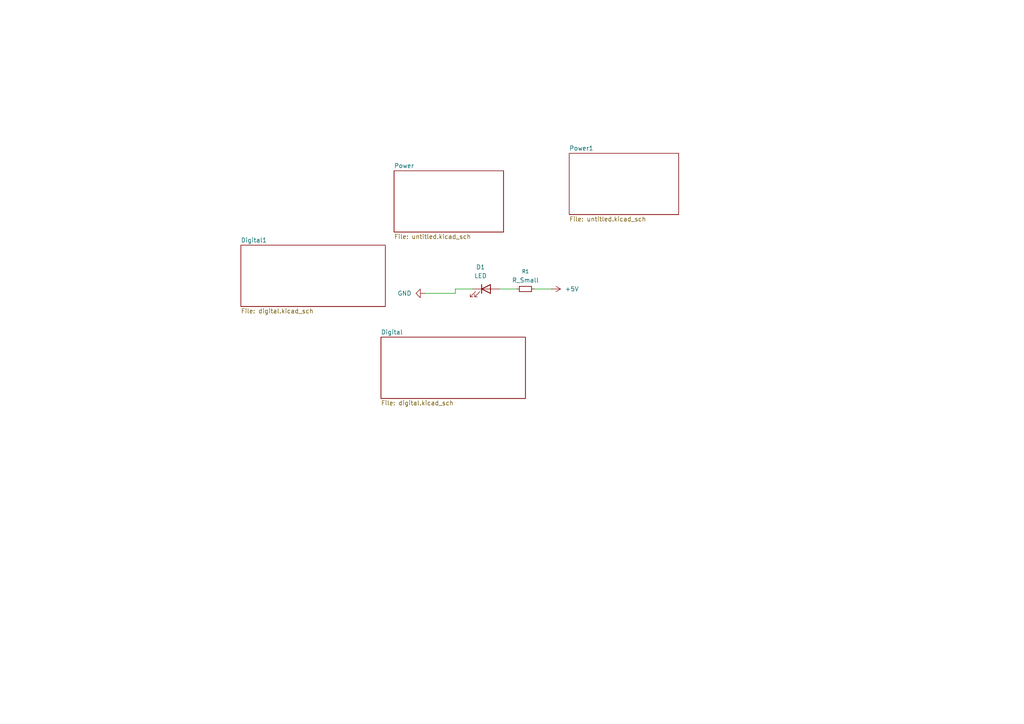
<source format=kicad_sch>
(kicad_sch (version 20250114) (generator "eeschema") (generator_version "9.0")
  (paper "A4")
  (lib_symbols
    (symbol "Device:LED" (pin_numbers (hide yes)) (pin_names (offset 1.016) (hide yes))
      (property "Reference" "D" (at 0 2.54 0))
      (property "Value" "LED" (at 0 -2.54 0))
      (symbol "LED_0_1"
        (polyline (pts (xy -3.048 -0.762) (xy -4.572 -2.286) (xy -3.81 -2.286) (xy -4.572 -2.286) (xy -4.572 -1.524)))
        (polyline (pts (xy -1.778 -0.762) (xy -3.302 -2.286) (xy -2.54 -2.286) (xy -3.302 -2.286) (xy -3.302 -1.524)))
        (polyline (pts (xy -1.27 0) (xy 1.27 0)))
        (polyline (pts (xy -1.27 -1.27) (xy -1.27 1.27)) (stroke (width 0.254)))
        (polyline (pts (xy 1.27 -1.27) (xy 1.27 1.27) (xy -1.27 0) (xy 1.27 -1.27)) (stroke (width 0.254)))
      )
      (symbol "LED_1_1"
        (pin passive line (at -3.81 0 0) (length 2.54) (name "K") (number "1"))
        (pin passive line (at 3.81 0 180) (length 2.54) (name "A") (number "2"))
      )
    )
    (symbol "Device:R_Small" (pin_numbers (hide yes)) (pin_names (offset 0.254) (hide yes))
      (property "Reference" "R" (at 0 0 90))
      (property "Value" "R_Small" (at 1.778 0 90))
      (symbol "R_Small_0_1"
        (rectangle (start -0.762 1.778) (end 0.762 -1.778) (stroke (width 0.2032)))
      )
      (symbol "R_Small_1_1"
        (pin passive line (at 0 2.54 270) (length 0.762) (name "~") (number "1"))
        (pin passive line (at 0 -2.54 90) (length 0.762) (name "~") (number "2"))
      )
    )
    (symbol "power:+5V" (power) (pin_numbers (hide yes)) (pin_names (offset 0) (hide yes))
      (property "Value" "+5V" (at 0 3.556 0))
      (symbol "+5V_0_1"
        (polyline (pts (xy -0.762 1.27) (xy 0 2.54)))
        (polyline (pts (xy 0 2.54) (xy 0.762 1.27)))
        (polyline (pts (xy 0 0) (xy 0 2.54)))
      )
      (symbol "+5V_1_1"
        (pin power_in line (at 0 0 90) (length 0) (name "~") (number "1"))
      )
    )
    (symbol "power:GND" (power) (pin_numbers (hide yes)) (pin_names (offset 0) (hide yes))
      (property "Value" "GND" (at 0 -3.81 0))
      (symbol "GND_0_1"
        (polyline (pts (xy 0 0) (xy 0 -1.27) (xy 1.27 -1.27) (xy 0 -2.54) (xy -1.27 -1.27) (xy 0 -1.27)))
      )
      (symbol "GND_1_1"
        (pin power_in line (at 0 0 270) (length 0) (name "~") (number "1"))
      )
    )
  )
  (wire (pts (xy 154.94 83.82) (xy 160.02 83.82)))
  (wire (pts (xy 132.08 83.82) (xy 137.16 83.82)))
  (wire (pts (xy 132.08 85.09) (xy 132.08 83.82)))
  (wire (pts (xy 144.78 83.82) (xy 149.86 83.82)))
  (wire (pts (xy 123.19 85.09) (xy 132.08 85.09)))
  (symbol (lib_id "Device:R_Small") (at 152.4 83.82 90) (unit 1)
    (property "Reference" "R1" (at 152.4 78.74 90) (effects (font (size 1.016 1.016))))
    (property "Value" "R_Small" (at 152.4 81.28 90))
    (property "Description" "Resistor, small symbol" (effects (hide yes)))
  )
  (symbol (lib_id "power:+5V") (at 160.02 83.82 270) (unit 1)
    (property "Reference" "#PWR02" (effects (hide yes)))
    (property "Value" "+5V" (at 163.83 83.8199 90) (effects (justify left)))
    (property "Description" "Power symbol creates a global label with name \"+5V\"" (effects (hide yes)))
  )
  (symbol (lib_id "Device:LED") (at 140.97 83.82 0) (unit 1)
    (property "Reference" "D1" (at 139.3825 77.47 0))
    (property "Value" "LED" (at 139.3825 80.01 0))
    (property "Description" "Light emitting diode" (effects (hide yes)))
    (property "Sim.Pins" "1=K 2=A" (effects (hide yes)))
  )
  (symbol (lib_id "power:GND") (at 123.19 85.09 270) (unit 1)
    (property "Reference" "#PWR01" (effects (hide yes)))
    (property "Value" "GND" (at 119.38 85.0899 90) (effects (justify right)))
    (property "Description" "Power symbol creates a global label with name \"GND\" , ground" (effects (hide yes)))
  )
  (sheet (at 165.1 44.45) (size 31.75 17.78) (stroke (width 0.1524))
    (property "Sheetname" "Power1" (at 165.1 43.7384 0) (effects (justify left bottom)))
    (property "Sheetfile" "untitled.kicad_sch" (at 165.1 62.8146 0) (effects (justify left top)))
  )
  (sheet (at 69.85 71.12) (size 41.91 17.78) (stroke (width 0.1524))
    (property "Sheetname" "Digital1" (at 69.85 70.4084 0) (effects (justify left bottom)))
    (property "Sheetfile" "digital.kicad_sch" (at 69.85 89.4846 0) (effects (justify left top)))
  )
  (sheet (at 114.3 49.53) (size 31.75 17.78) (stroke (width 0.1524))
    (property "Sheetname" "Power" (at 114.3 48.8184 0) (effects (justify left bottom)))
    (property "Sheetfile" "untitled.kicad_sch" (at 114.3 67.8946 0) (effects (justify left top)))
  )
  (sheet (at 110.49 97.79) (size 41.91 17.78) (stroke (width 0.1524))
    (property "Sheetname" "Digital" (at 110.49 97.0784 0) (effects (justify left bottom)))
    (property "Sheetfile" "digital.kicad_sch" (at 110.49 116.1546 0) (effects (justify left top)))
  )
)
</source>
